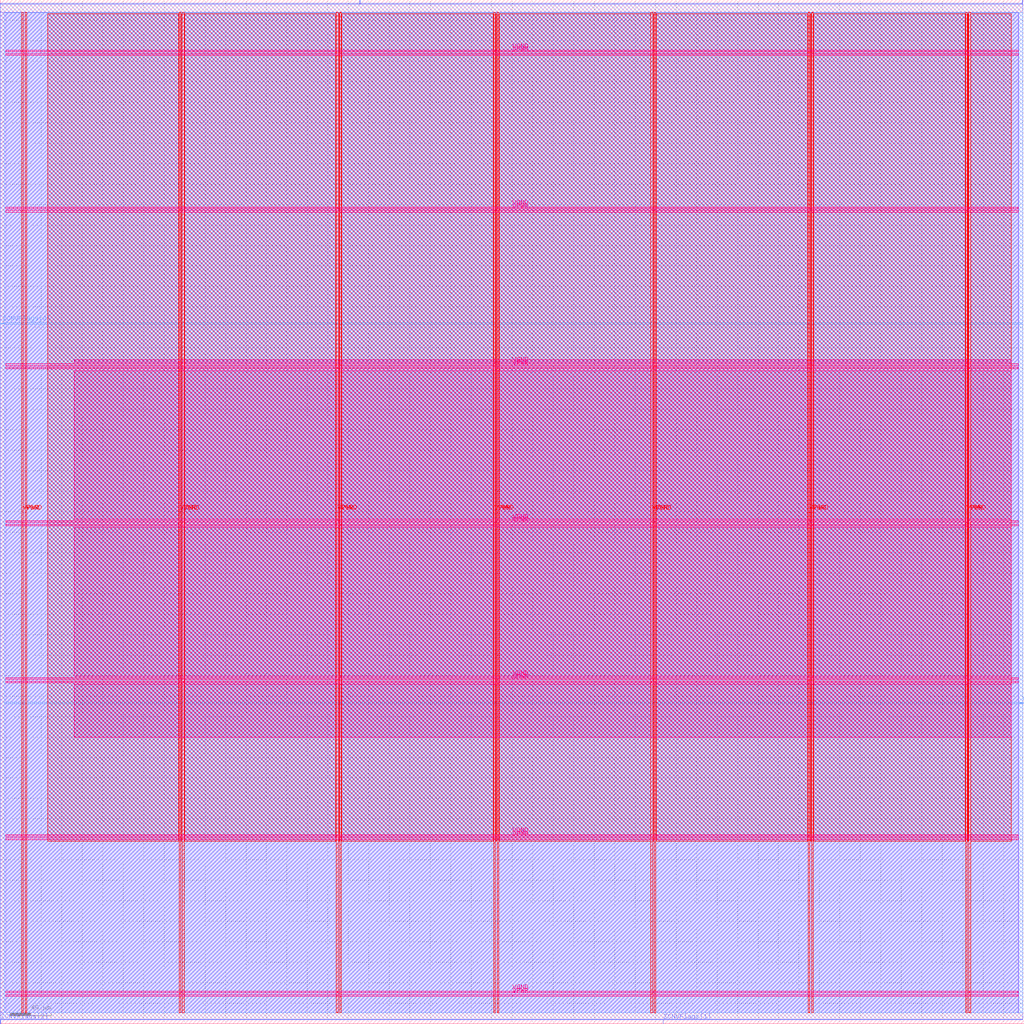
<source format=lef>
VERSION 5.7 ;
  NOWIREEXTENSIONATPIN ON ;
  DIVIDERCHAR "/" ;
  BUSBITCHARS "[]" ;
MACRO cpu
  CLASS BLOCK ;
  FOREIGN cpu ;
  ORIGIN 0.000 0.000 ;
  SIZE 1000.000 BY 1000.000 ;
  PIN VGND
    USE GROUND ;
    PORT
      LAYER met5 ;
        RECT 5.280 949.110 994.300 950.710 ;
    END
    PORT
      LAYER met5 ;
        RECT 5.280 795.930 994.300 797.530 ;
    END
    PORT
      LAYER met5 ;
        RECT 5.280 642.750 994.300 644.350 ;
    END
    PORT
      LAYER met5 ;
        RECT 5.280 489.570 994.300 491.170 ;
    END
    PORT
      LAYER met5 ;
        RECT 5.280 336.390 994.300 337.990 ;
    END
    PORT
      LAYER met5 ;
        RECT 5.280 183.210 994.300 184.810 ;
    END
    PORT
      LAYER met5 ;
        RECT 5.280 30.030 994.300 31.630 ;
    END
    PORT
      LAYER met4 ;
        RECT 945.940 10.640 947.540 987.600 ;
    END
    PORT
      LAYER met4 ;
        RECT 792.340 10.640 793.940 987.600 ;
    END
    PORT
      LAYER met4 ;
        RECT 638.740 10.640 640.340 987.600 ;
    END
    PORT
      LAYER met4 ;
        RECT 485.140 10.640 486.740 987.600 ;
    END
    PORT
      LAYER met4 ;
        RECT 331.540 10.640 333.140 987.600 ;
    END
    PORT
      LAYER met4 ;
        RECT 177.940 10.640 179.540 987.600 ;
    END
    PORT
      LAYER met4 ;
        RECT 24.340 10.640 25.940 987.600 ;
    END
  END VGND
  PIN VPWR
    USE POWER ;
    PORT
      LAYER met5 ;
        RECT 5.280 945.810 994.300 947.410 ;
    END
    PORT
      LAYER met5 ;
        RECT 5.280 792.630 994.300 794.230 ;
    END
    PORT
      LAYER met5 ;
        RECT 5.280 639.450 994.300 641.050 ;
    END
    PORT
      LAYER met5 ;
        RECT 5.280 486.270 994.300 487.870 ;
    END
    PORT
      LAYER met5 ;
        RECT 5.280 333.090 994.300 334.690 ;
    END
    PORT
      LAYER met5 ;
        RECT 5.280 179.910 994.300 181.510 ;
    END
    PORT
      LAYER met5 ;
        RECT 5.280 26.730 994.300 28.330 ;
    END
    PORT
      LAYER met4 ;
        RECT 942.640 10.640 944.240 987.600 ;
    END
    PORT
      LAYER met4 ;
        RECT 789.040 10.640 790.640 987.600 ;
    END
    PORT
      LAYER met4 ;
        RECT 635.440 10.640 637.040 987.600 ;
    END
    PORT
      LAYER met4 ;
        RECT 481.840 10.640 483.440 987.600 ;
    END
    PORT
      LAYER met4 ;
        RECT 328.240 10.640 329.840 987.600 ;
    END
    PORT
      LAYER met4 ;
        RECT 174.640 10.640 176.240 987.600 ;
    END
    PORT
      LAYER met4 ;
        RECT 21.040 10.640 22.640 987.600 ;
    END
  END VPWR
  PIN ZCNVFlags[0]
    PORT
      LAYER met3 ;
        RECT 0.000 683.440 4.000 684.040 ;
    END
  END ZCNVFlags[0]
  PIN ZCNVFlags[1]
    PORT
      LAYER met2 ;
        RECT 647.310 0.000 647.590 4.000 ;
    END
  END ZCNVFlags[1]
  PIN ZCNVFlags[2]
    PORT
      LAYER met2 ;
        RECT 0.090 0.000 0.370 4.000 ;
    END
  END ZCNVFlags[2]
  PIN ZCNVFlags[3]
    PORT
      LAYER met2 ;
        RECT 351.070 996.000 351.350 1000.000 ;
    END
  END ZCNVFlags[3]
  PIN clk
    PORT
      LAYER met2 ;
        RECT 998.290 996.000 998.570 1000.000 ;
    END
  END clk
  PIN rst
    PORT
      LAYER met3 ;
        RECT 996.000 312.840 1000.000 313.440 ;
    END
  END rst
  OBS
      LAYER li1 ;
        RECT 5.520 10.795 994.060 987.445 ;
      LAYER met1 ;
        RECT 0.070 10.640 994.450 987.600 ;
      LAYER met2 ;
        RECT 0.100 995.720 350.790 996.610 ;
        RECT 351.630 995.720 998.010 996.610 ;
        RECT 0.100 4.280 998.570 995.720 ;
        RECT 0.650 4.000 647.030 4.280 ;
        RECT 647.870 4.000 998.570 4.280 ;
      LAYER met3 ;
        RECT 4.000 684.440 998.595 987.525 ;
        RECT 4.400 683.040 998.595 684.440 ;
        RECT 4.000 313.840 998.595 683.040 ;
        RECT 4.000 312.440 995.600 313.840 ;
        RECT 4.000 10.715 998.595 312.440 ;
      LAYER met4 ;
        RECT 46.295 178.335 174.240 986.505 ;
        RECT 176.640 178.335 177.540 986.505 ;
        RECT 179.940 178.335 327.840 986.505 ;
        RECT 330.240 178.335 331.140 986.505 ;
        RECT 333.540 178.335 481.440 986.505 ;
        RECT 483.840 178.335 484.740 986.505 ;
        RECT 487.140 178.335 635.040 986.505 ;
        RECT 637.440 178.335 638.340 986.505 ;
        RECT 640.740 178.335 788.640 986.505 ;
        RECT 791.040 178.335 791.940 986.505 ;
        RECT 794.340 178.335 942.240 986.505 ;
        RECT 944.640 178.335 945.540 986.505 ;
        RECT 947.940 178.335 987.290 986.505 ;
      LAYER met5 ;
        RECT 72.340 645.950 987.500 648.500 ;
        RECT 72.340 492.770 987.500 637.850 ;
        RECT 72.340 339.590 987.500 484.670 ;
        RECT 72.340 279.700 987.500 331.490 ;
  END
END cpu
END LIBRARY


</source>
